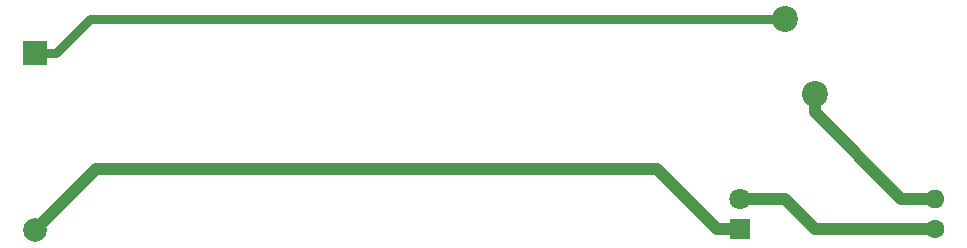
<source format=gbr>
G04 #@! TF.GenerationSoftware,KiCad,Pcbnew,5.0.0*
G04 #@! TF.CreationDate,2018-10-11T20:27:33+01:00*
G04 #@! TF.ProjectId,keyboard1,6B6579626F617264312E6B696361645F,rev?*
G04 #@! TF.SameCoordinates,Original*
G04 #@! TF.FileFunction,Copper,L1,Top,Signal*
G04 #@! TF.FilePolarity,Positive*
%FSLAX46Y46*%
G04 Gerber Fmt 4.6, Leading zero omitted, Abs format (unit mm)*
G04 Created by KiCad (PCBNEW 5.0.0) date Thu Oct 11 20:27:33 2018*
%MOMM*%
%LPD*%
G01*
G04 APERTURE LIST*
G04 #@! TA.AperFunction,ComponentPad*
%ADD10R,2.000000X2.000000*%
G04 #@! TD*
G04 #@! TA.AperFunction,ComponentPad*
%ADD11C,2.000000*%
G04 #@! TD*
G04 #@! TA.AperFunction,ComponentPad*
%ADD12R,1.800000X1.800000*%
G04 #@! TD*
G04 #@! TA.AperFunction,ComponentPad*
%ADD13C,1.800000*%
G04 #@! TD*
G04 #@! TA.AperFunction,ComponentPad*
%ADD14C,1.600000*%
G04 #@! TD*
G04 #@! TA.AperFunction,ComponentPad*
%ADD15O,1.600000X1.600000*%
G04 #@! TD*
G04 #@! TA.AperFunction,ComponentPad*
%ADD16C,2.200000*%
G04 #@! TD*
G04 #@! TA.AperFunction,Conductor*
%ADD17C,0.800000*%
G04 #@! TD*
G04 #@! TA.AperFunction,Conductor*
%ADD18C,1.000000*%
G04 #@! TD*
G04 APERTURE END LIST*
D10*
G04 #@! TO.P,BT1,1*
G04 #@! TO.N,Net-(BT1-Pad1)*
X26670000Y-34645001D03*
D11*
G04 #@! TO.P,BT1,2*
G04 #@! TO.N,Net-(BT1-Pad2)*
X26670000Y-49635001D03*
G04 #@! TD*
D12*
G04 #@! TO.P,D1,1*
G04 #@! TO.N,Net-(BT1-Pad2)*
X86360000Y-49530000D03*
D13*
G04 #@! TO.P,D1,2*
G04 #@! TO.N,Net-(D1-Pad2)*
X86360000Y-46990000D03*
G04 #@! TD*
D14*
G04 #@! TO.P,R1,1*
G04 #@! TO.N,Net-(D1-Pad2)*
X102870000Y-49530000D03*
D15*
G04 #@! TO.P,R1,2*
G04 #@! TO.N,Net-(R1-Pad2)*
X102870000Y-46990000D03*
G04 #@! TD*
D16*
G04 #@! TO.P,SW1,1*
G04 #@! TO.N,Net-(BT1-Pad1)*
X90170000Y-31750000D03*
G04 #@! TO.P,SW1,2*
G04 #@! TO.N,Net-(R1-Pad2)*
X92710000Y-38100000D03*
G04 #@! TD*
D17*
G04 #@! TO.N,Net-(BT1-Pad1)*
X31365001Y-31750000D02*
X88614366Y-31750000D01*
X88614366Y-31750000D02*
X90170000Y-31750000D01*
X28470000Y-34645001D02*
X31365001Y-31750000D01*
X26670000Y-34645001D02*
X28470000Y-34645001D01*
D18*
G04 #@! TO.N,Net-(BT1-Pad2)*
X84460000Y-49530000D02*
X79380000Y-44450000D01*
X86360000Y-49530000D02*
X84460000Y-49530000D01*
X31855001Y-44450000D02*
X26670000Y-49635001D01*
X79380000Y-44450000D02*
X31855001Y-44450000D01*
G04 #@! TO.N,Net-(D1-Pad2)*
X102870000Y-49530000D02*
X92710000Y-49530000D01*
X90170000Y-46990000D02*
X86360000Y-46990000D01*
X92710000Y-49530000D02*
X90170000Y-46990000D01*
G04 #@! TO.N,Net-(R1-Pad2)*
X101738630Y-46990000D02*
X102870000Y-46990000D01*
X92710000Y-39655634D02*
X100044366Y-46990000D01*
X100044366Y-46990000D02*
X101738630Y-46990000D01*
X92710000Y-38100000D02*
X92710000Y-39655634D01*
G04 #@! TD*
M02*

</source>
